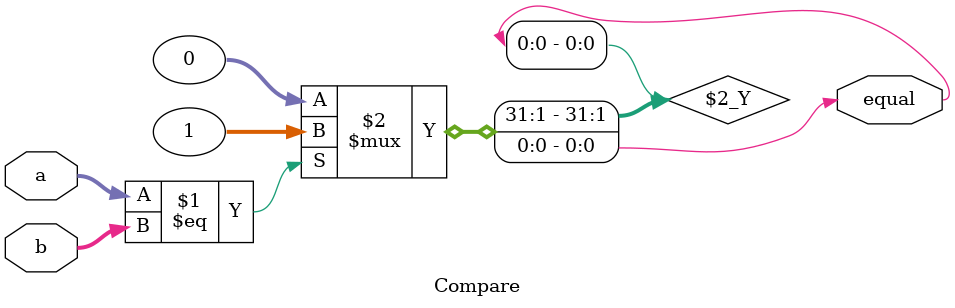
<source format=v>
`timescale 1ns / 1ps



module Compare(
    input [31:0] a,b,
    output equal
    );

    assign equal = (a==b) ? 1 : 0;
    
endmodule

</source>
